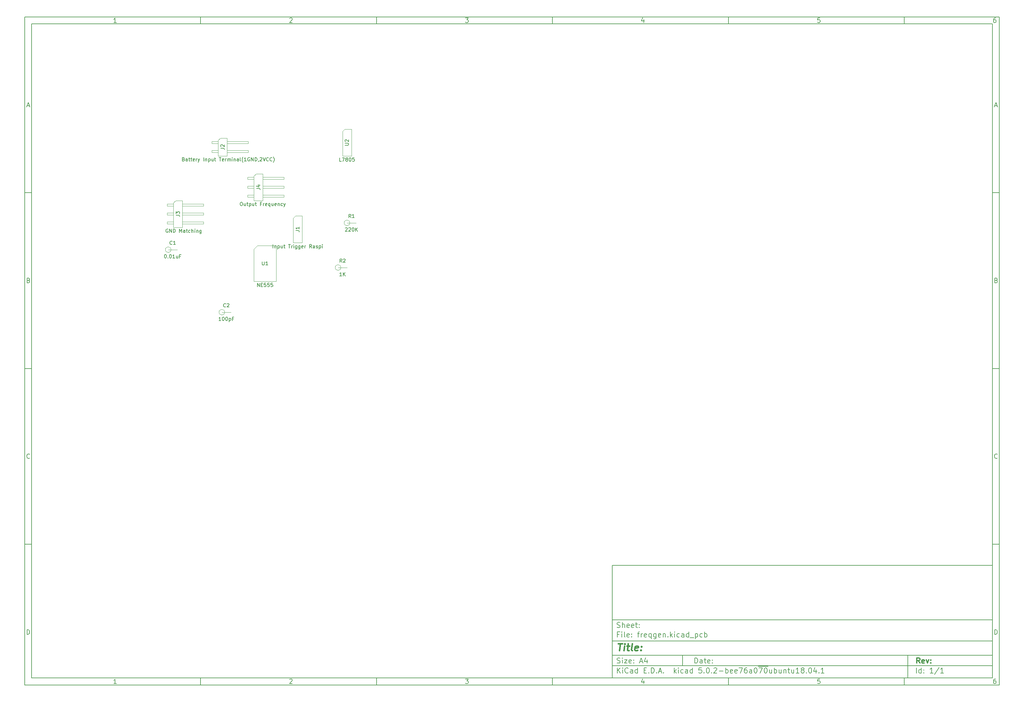
<source format=gbr>
G04 #@! TF.GenerationSoftware,KiCad,Pcbnew,5.0.2-bee76a0~70~ubuntu18.04.1*
G04 #@! TF.CreationDate,2019-03-06T00:46:13+05:30*
G04 #@! TF.ProjectId,freqgen,66726571-6765-46e2-9e6b-696361645f70,rev?*
G04 #@! TF.SameCoordinates,Original*
G04 #@! TF.FileFunction,Other,Fab,Top*
%FSLAX46Y46*%
G04 Gerber Fmt 4.6, Leading zero omitted, Abs format (unit mm)*
G04 Created by KiCad (PCBNEW 5.0.2-bee76a0~70~ubuntu18.04.1) date Wed Mar  6 00:46:13 2019*
%MOMM*%
%LPD*%
G01*
G04 APERTURE LIST*
%ADD10C,0.100000*%
%ADD11C,0.150000*%
%ADD12C,0.300000*%
%ADD13C,0.400000*%
G04 APERTURE END LIST*
D10*
D11*
X177002200Y-166007200D02*
X177002200Y-198007200D01*
X285002200Y-198007200D01*
X285002200Y-166007200D01*
X177002200Y-166007200D01*
D10*
D11*
X10000000Y-10000000D02*
X10000000Y-200007200D01*
X287002200Y-200007200D01*
X287002200Y-10000000D01*
X10000000Y-10000000D01*
D10*
D11*
X12000000Y-12000000D02*
X12000000Y-198007200D01*
X285002200Y-198007200D01*
X285002200Y-12000000D01*
X12000000Y-12000000D01*
D10*
D11*
X60000000Y-12000000D02*
X60000000Y-10000000D01*
D10*
D11*
X110000000Y-12000000D02*
X110000000Y-10000000D01*
D10*
D11*
X160000000Y-12000000D02*
X160000000Y-10000000D01*
D10*
D11*
X210000000Y-12000000D02*
X210000000Y-10000000D01*
D10*
D11*
X260000000Y-12000000D02*
X260000000Y-10000000D01*
D10*
D11*
X36065476Y-11588095D02*
X35322619Y-11588095D01*
X35694047Y-11588095D02*
X35694047Y-10288095D01*
X35570238Y-10473809D01*
X35446428Y-10597619D01*
X35322619Y-10659523D01*
D10*
D11*
X85322619Y-10411904D02*
X85384523Y-10350000D01*
X85508333Y-10288095D01*
X85817857Y-10288095D01*
X85941666Y-10350000D01*
X86003571Y-10411904D01*
X86065476Y-10535714D01*
X86065476Y-10659523D01*
X86003571Y-10845238D01*
X85260714Y-11588095D01*
X86065476Y-11588095D01*
D10*
D11*
X135260714Y-10288095D02*
X136065476Y-10288095D01*
X135632142Y-10783333D01*
X135817857Y-10783333D01*
X135941666Y-10845238D01*
X136003571Y-10907142D01*
X136065476Y-11030952D01*
X136065476Y-11340476D01*
X136003571Y-11464285D01*
X135941666Y-11526190D01*
X135817857Y-11588095D01*
X135446428Y-11588095D01*
X135322619Y-11526190D01*
X135260714Y-11464285D01*
D10*
D11*
X185941666Y-10721428D02*
X185941666Y-11588095D01*
X185632142Y-10226190D02*
X185322619Y-11154761D01*
X186127380Y-11154761D01*
D10*
D11*
X236003571Y-10288095D02*
X235384523Y-10288095D01*
X235322619Y-10907142D01*
X235384523Y-10845238D01*
X235508333Y-10783333D01*
X235817857Y-10783333D01*
X235941666Y-10845238D01*
X236003571Y-10907142D01*
X236065476Y-11030952D01*
X236065476Y-11340476D01*
X236003571Y-11464285D01*
X235941666Y-11526190D01*
X235817857Y-11588095D01*
X235508333Y-11588095D01*
X235384523Y-11526190D01*
X235322619Y-11464285D01*
D10*
D11*
X285941666Y-10288095D02*
X285694047Y-10288095D01*
X285570238Y-10350000D01*
X285508333Y-10411904D01*
X285384523Y-10597619D01*
X285322619Y-10845238D01*
X285322619Y-11340476D01*
X285384523Y-11464285D01*
X285446428Y-11526190D01*
X285570238Y-11588095D01*
X285817857Y-11588095D01*
X285941666Y-11526190D01*
X286003571Y-11464285D01*
X286065476Y-11340476D01*
X286065476Y-11030952D01*
X286003571Y-10907142D01*
X285941666Y-10845238D01*
X285817857Y-10783333D01*
X285570238Y-10783333D01*
X285446428Y-10845238D01*
X285384523Y-10907142D01*
X285322619Y-11030952D01*
D10*
D11*
X60000000Y-198007200D02*
X60000000Y-200007200D01*
D10*
D11*
X110000000Y-198007200D02*
X110000000Y-200007200D01*
D10*
D11*
X160000000Y-198007200D02*
X160000000Y-200007200D01*
D10*
D11*
X210000000Y-198007200D02*
X210000000Y-200007200D01*
D10*
D11*
X260000000Y-198007200D02*
X260000000Y-200007200D01*
D10*
D11*
X36065476Y-199595295D02*
X35322619Y-199595295D01*
X35694047Y-199595295D02*
X35694047Y-198295295D01*
X35570238Y-198481009D01*
X35446428Y-198604819D01*
X35322619Y-198666723D01*
D10*
D11*
X85322619Y-198419104D02*
X85384523Y-198357200D01*
X85508333Y-198295295D01*
X85817857Y-198295295D01*
X85941666Y-198357200D01*
X86003571Y-198419104D01*
X86065476Y-198542914D01*
X86065476Y-198666723D01*
X86003571Y-198852438D01*
X85260714Y-199595295D01*
X86065476Y-199595295D01*
D10*
D11*
X135260714Y-198295295D02*
X136065476Y-198295295D01*
X135632142Y-198790533D01*
X135817857Y-198790533D01*
X135941666Y-198852438D01*
X136003571Y-198914342D01*
X136065476Y-199038152D01*
X136065476Y-199347676D01*
X136003571Y-199471485D01*
X135941666Y-199533390D01*
X135817857Y-199595295D01*
X135446428Y-199595295D01*
X135322619Y-199533390D01*
X135260714Y-199471485D01*
D10*
D11*
X185941666Y-198728628D02*
X185941666Y-199595295D01*
X185632142Y-198233390D02*
X185322619Y-199161961D01*
X186127380Y-199161961D01*
D10*
D11*
X236003571Y-198295295D02*
X235384523Y-198295295D01*
X235322619Y-198914342D01*
X235384523Y-198852438D01*
X235508333Y-198790533D01*
X235817857Y-198790533D01*
X235941666Y-198852438D01*
X236003571Y-198914342D01*
X236065476Y-199038152D01*
X236065476Y-199347676D01*
X236003571Y-199471485D01*
X235941666Y-199533390D01*
X235817857Y-199595295D01*
X235508333Y-199595295D01*
X235384523Y-199533390D01*
X235322619Y-199471485D01*
D10*
D11*
X285941666Y-198295295D02*
X285694047Y-198295295D01*
X285570238Y-198357200D01*
X285508333Y-198419104D01*
X285384523Y-198604819D01*
X285322619Y-198852438D01*
X285322619Y-199347676D01*
X285384523Y-199471485D01*
X285446428Y-199533390D01*
X285570238Y-199595295D01*
X285817857Y-199595295D01*
X285941666Y-199533390D01*
X286003571Y-199471485D01*
X286065476Y-199347676D01*
X286065476Y-199038152D01*
X286003571Y-198914342D01*
X285941666Y-198852438D01*
X285817857Y-198790533D01*
X285570238Y-198790533D01*
X285446428Y-198852438D01*
X285384523Y-198914342D01*
X285322619Y-199038152D01*
D10*
D11*
X10000000Y-60000000D02*
X12000000Y-60000000D01*
D10*
D11*
X10000000Y-110000000D02*
X12000000Y-110000000D01*
D10*
D11*
X10000000Y-160000000D02*
X12000000Y-160000000D01*
D10*
D11*
X10690476Y-35216666D02*
X11309523Y-35216666D01*
X10566666Y-35588095D02*
X11000000Y-34288095D01*
X11433333Y-35588095D01*
D10*
D11*
X11092857Y-84907142D02*
X11278571Y-84969047D01*
X11340476Y-85030952D01*
X11402380Y-85154761D01*
X11402380Y-85340476D01*
X11340476Y-85464285D01*
X11278571Y-85526190D01*
X11154761Y-85588095D01*
X10659523Y-85588095D01*
X10659523Y-84288095D01*
X11092857Y-84288095D01*
X11216666Y-84350000D01*
X11278571Y-84411904D01*
X11340476Y-84535714D01*
X11340476Y-84659523D01*
X11278571Y-84783333D01*
X11216666Y-84845238D01*
X11092857Y-84907142D01*
X10659523Y-84907142D01*
D10*
D11*
X11402380Y-135464285D02*
X11340476Y-135526190D01*
X11154761Y-135588095D01*
X11030952Y-135588095D01*
X10845238Y-135526190D01*
X10721428Y-135402380D01*
X10659523Y-135278571D01*
X10597619Y-135030952D01*
X10597619Y-134845238D01*
X10659523Y-134597619D01*
X10721428Y-134473809D01*
X10845238Y-134350000D01*
X11030952Y-134288095D01*
X11154761Y-134288095D01*
X11340476Y-134350000D01*
X11402380Y-134411904D01*
D10*
D11*
X10659523Y-185588095D02*
X10659523Y-184288095D01*
X10969047Y-184288095D01*
X11154761Y-184350000D01*
X11278571Y-184473809D01*
X11340476Y-184597619D01*
X11402380Y-184845238D01*
X11402380Y-185030952D01*
X11340476Y-185278571D01*
X11278571Y-185402380D01*
X11154761Y-185526190D01*
X10969047Y-185588095D01*
X10659523Y-185588095D01*
D10*
D11*
X287002200Y-60000000D02*
X285002200Y-60000000D01*
D10*
D11*
X287002200Y-110000000D02*
X285002200Y-110000000D01*
D10*
D11*
X287002200Y-160000000D02*
X285002200Y-160000000D01*
D10*
D11*
X285692676Y-35216666D02*
X286311723Y-35216666D01*
X285568866Y-35588095D02*
X286002200Y-34288095D01*
X286435533Y-35588095D01*
D10*
D11*
X286095057Y-84907142D02*
X286280771Y-84969047D01*
X286342676Y-85030952D01*
X286404580Y-85154761D01*
X286404580Y-85340476D01*
X286342676Y-85464285D01*
X286280771Y-85526190D01*
X286156961Y-85588095D01*
X285661723Y-85588095D01*
X285661723Y-84288095D01*
X286095057Y-84288095D01*
X286218866Y-84350000D01*
X286280771Y-84411904D01*
X286342676Y-84535714D01*
X286342676Y-84659523D01*
X286280771Y-84783333D01*
X286218866Y-84845238D01*
X286095057Y-84907142D01*
X285661723Y-84907142D01*
D10*
D11*
X286404580Y-135464285D02*
X286342676Y-135526190D01*
X286156961Y-135588095D01*
X286033152Y-135588095D01*
X285847438Y-135526190D01*
X285723628Y-135402380D01*
X285661723Y-135278571D01*
X285599819Y-135030952D01*
X285599819Y-134845238D01*
X285661723Y-134597619D01*
X285723628Y-134473809D01*
X285847438Y-134350000D01*
X286033152Y-134288095D01*
X286156961Y-134288095D01*
X286342676Y-134350000D01*
X286404580Y-134411904D01*
D10*
D11*
X285661723Y-185588095D02*
X285661723Y-184288095D01*
X285971247Y-184288095D01*
X286156961Y-184350000D01*
X286280771Y-184473809D01*
X286342676Y-184597619D01*
X286404580Y-184845238D01*
X286404580Y-185030952D01*
X286342676Y-185278571D01*
X286280771Y-185402380D01*
X286156961Y-185526190D01*
X285971247Y-185588095D01*
X285661723Y-185588095D01*
D10*
D11*
X200434342Y-193785771D02*
X200434342Y-192285771D01*
X200791485Y-192285771D01*
X201005771Y-192357200D01*
X201148628Y-192500057D01*
X201220057Y-192642914D01*
X201291485Y-192928628D01*
X201291485Y-193142914D01*
X201220057Y-193428628D01*
X201148628Y-193571485D01*
X201005771Y-193714342D01*
X200791485Y-193785771D01*
X200434342Y-193785771D01*
X202577200Y-193785771D02*
X202577200Y-193000057D01*
X202505771Y-192857200D01*
X202362914Y-192785771D01*
X202077200Y-192785771D01*
X201934342Y-192857200D01*
X202577200Y-193714342D02*
X202434342Y-193785771D01*
X202077200Y-193785771D01*
X201934342Y-193714342D01*
X201862914Y-193571485D01*
X201862914Y-193428628D01*
X201934342Y-193285771D01*
X202077200Y-193214342D01*
X202434342Y-193214342D01*
X202577200Y-193142914D01*
X203077200Y-192785771D02*
X203648628Y-192785771D01*
X203291485Y-192285771D02*
X203291485Y-193571485D01*
X203362914Y-193714342D01*
X203505771Y-193785771D01*
X203648628Y-193785771D01*
X204720057Y-193714342D02*
X204577200Y-193785771D01*
X204291485Y-193785771D01*
X204148628Y-193714342D01*
X204077200Y-193571485D01*
X204077200Y-193000057D01*
X204148628Y-192857200D01*
X204291485Y-192785771D01*
X204577200Y-192785771D01*
X204720057Y-192857200D01*
X204791485Y-193000057D01*
X204791485Y-193142914D01*
X204077200Y-193285771D01*
X205434342Y-193642914D02*
X205505771Y-193714342D01*
X205434342Y-193785771D01*
X205362914Y-193714342D01*
X205434342Y-193642914D01*
X205434342Y-193785771D01*
X205434342Y-192857200D02*
X205505771Y-192928628D01*
X205434342Y-193000057D01*
X205362914Y-192928628D01*
X205434342Y-192857200D01*
X205434342Y-193000057D01*
D10*
D11*
X177002200Y-194507200D02*
X285002200Y-194507200D01*
D10*
D11*
X178434342Y-196585771D02*
X178434342Y-195085771D01*
X179291485Y-196585771D02*
X178648628Y-195728628D01*
X179291485Y-195085771D02*
X178434342Y-195942914D01*
X179934342Y-196585771D02*
X179934342Y-195585771D01*
X179934342Y-195085771D02*
X179862914Y-195157200D01*
X179934342Y-195228628D01*
X180005771Y-195157200D01*
X179934342Y-195085771D01*
X179934342Y-195228628D01*
X181505771Y-196442914D02*
X181434342Y-196514342D01*
X181220057Y-196585771D01*
X181077200Y-196585771D01*
X180862914Y-196514342D01*
X180720057Y-196371485D01*
X180648628Y-196228628D01*
X180577200Y-195942914D01*
X180577200Y-195728628D01*
X180648628Y-195442914D01*
X180720057Y-195300057D01*
X180862914Y-195157200D01*
X181077200Y-195085771D01*
X181220057Y-195085771D01*
X181434342Y-195157200D01*
X181505771Y-195228628D01*
X182791485Y-196585771D02*
X182791485Y-195800057D01*
X182720057Y-195657200D01*
X182577200Y-195585771D01*
X182291485Y-195585771D01*
X182148628Y-195657200D01*
X182791485Y-196514342D02*
X182648628Y-196585771D01*
X182291485Y-196585771D01*
X182148628Y-196514342D01*
X182077200Y-196371485D01*
X182077200Y-196228628D01*
X182148628Y-196085771D01*
X182291485Y-196014342D01*
X182648628Y-196014342D01*
X182791485Y-195942914D01*
X184148628Y-196585771D02*
X184148628Y-195085771D01*
X184148628Y-196514342D02*
X184005771Y-196585771D01*
X183720057Y-196585771D01*
X183577200Y-196514342D01*
X183505771Y-196442914D01*
X183434342Y-196300057D01*
X183434342Y-195871485D01*
X183505771Y-195728628D01*
X183577200Y-195657200D01*
X183720057Y-195585771D01*
X184005771Y-195585771D01*
X184148628Y-195657200D01*
X186005771Y-195800057D02*
X186505771Y-195800057D01*
X186720057Y-196585771D02*
X186005771Y-196585771D01*
X186005771Y-195085771D01*
X186720057Y-195085771D01*
X187362914Y-196442914D02*
X187434342Y-196514342D01*
X187362914Y-196585771D01*
X187291485Y-196514342D01*
X187362914Y-196442914D01*
X187362914Y-196585771D01*
X188077200Y-196585771D02*
X188077200Y-195085771D01*
X188434342Y-195085771D01*
X188648628Y-195157200D01*
X188791485Y-195300057D01*
X188862914Y-195442914D01*
X188934342Y-195728628D01*
X188934342Y-195942914D01*
X188862914Y-196228628D01*
X188791485Y-196371485D01*
X188648628Y-196514342D01*
X188434342Y-196585771D01*
X188077200Y-196585771D01*
X189577200Y-196442914D02*
X189648628Y-196514342D01*
X189577200Y-196585771D01*
X189505771Y-196514342D01*
X189577200Y-196442914D01*
X189577200Y-196585771D01*
X190220057Y-196157200D02*
X190934342Y-196157200D01*
X190077200Y-196585771D02*
X190577200Y-195085771D01*
X191077200Y-196585771D01*
X191577200Y-196442914D02*
X191648628Y-196514342D01*
X191577200Y-196585771D01*
X191505771Y-196514342D01*
X191577200Y-196442914D01*
X191577200Y-196585771D01*
X194577200Y-196585771D02*
X194577200Y-195085771D01*
X194720057Y-196014342D02*
X195148628Y-196585771D01*
X195148628Y-195585771D02*
X194577200Y-196157200D01*
X195791485Y-196585771D02*
X195791485Y-195585771D01*
X195791485Y-195085771D02*
X195720057Y-195157200D01*
X195791485Y-195228628D01*
X195862914Y-195157200D01*
X195791485Y-195085771D01*
X195791485Y-195228628D01*
X197148628Y-196514342D02*
X197005771Y-196585771D01*
X196720057Y-196585771D01*
X196577200Y-196514342D01*
X196505771Y-196442914D01*
X196434342Y-196300057D01*
X196434342Y-195871485D01*
X196505771Y-195728628D01*
X196577200Y-195657200D01*
X196720057Y-195585771D01*
X197005771Y-195585771D01*
X197148628Y-195657200D01*
X198434342Y-196585771D02*
X198434342Y-195800057D01*
X198362914Y-195657200D01*
X198220057Y-195585771D01*
X197934342Y-195585771D01*
X197791485Y-195657200D01*
X198434342Y-196514342D02*
X198291485Y-196585771D01*
X197934342Y-196585771D01*
X197791485Y-196514342D01*
X197720057Y-196371485D01*
X197720057Y-196228628D01*
X197791485Y-196085771D01*
X197934342Y-196014342D01*
X198291485Y-196014342D01*
X198434342Y-195942914D01*
X199791485Y-196585771D02*
X199791485Y-195085771D01*
X199791485Y-196514342D02*
X199648628Y-196585771D01*
X199362914Y-196585771D01*
X199220057Y-196514342D01*
X199148628Y-196442914D01*
X199077200Y-196300057D01*
X199077200Y-195871485D01*
X199148628Y-195728628D01*
X199220057Y-195657200D01*
X199362914Y-195585771D01*
X199648628Y-195585771D01*
X199791485Y-195657200D01*
X202362914Y-195085771D02*
X201648628Y-195085771D01*
X201577200Y-195800057D01*
X201648628Y-195728628D01*
X201791485Y-195657200D01*
X202148628Y-195657200D01*
X202291485Y-195728628D01*
X202362914Y-195800057D01*
X202434342Y-195942914D01*
X202434342Y-196300057D01*
X202362914Y-196442914D01*
X202291485Y-196514342D01*
X202148628Y-196585771D01*
X201791485Y-196585771D01*
X201648628Y-196514342D01*
X201577200Y-196442914D01*
X203077200Y-196442914D02*
X203148628Y-196514342D01*
X203077200Y-196585771D01*
X203005771Y-196514342D01*
X203077200Y-196442914D01*
X203077200Y-196585771D01*
X204077200Y-195085771D02*
X204220057Y-195085771D01*
X204362914Y-195157200D01*
X204434342Y-195228628D01*
X204505771Y-195371485D01*
X204577200Y-195657200D01*
X204577200Y-196014342D01*
X204505771Y-196300057D01*
X204434342Y-196442914D01*
X204362914Y-196514342D01*
X204220057Y-196585771D01*
X204077200Y-196585771D01*
X203934342Y-196514342D01*
X203862914Y-196442914D01*
X203791485Y-196300057D01*
X203720057Y-196014342D01*
X203720057Y-195657200D01*
X203791485Y-195371485D01*
X203862914Y-195228628D01*
X203934342Y-195157200D01*
X204077200Y-195085771D01*
X205220057Y-196442914D02*
X205291485Y-196514342D01*
X205220057Y-196585771D01*
X205148628Y-196514342D01*
X205220057Y-196442914D01*
X205220057Y-196585771D01*
X205862914Y-195228628D02*
X205934342Y-195157200D01*
X206077200Y-195085771D01*
X206434342Y-195085771D01*
X206577200Y-195157200D01*
X206648628Y-195228628D01*
X206720057Y-195371485D01*
X206720057Y-195514342D01*
X206648628Y-195728628D01*
X205791485Y-196585771D01*
X206720057Y-196585771D01*
X207362914Y-196014342D02*
X208505771Y-196014342D01*
X209220057Y-196585771D02*
X209220057Y-195085771D01*
X209220057Y-195657200D02*
X209362914Y-195585771D01*
X209648628Y-195585771D01*
X209791485Y-195657200D01*
X209862914Y-195728628D01*
X209934342Y-195871485D01*
X209934342Y-196300057D01*
X209862914Y-196442914D01*
X209791485Y-196514342D01*
X209648628Y-196585771D01*
X209362914Y-196585771D01*
X209220057Y-196514342D01*
X211148628Y-196514342D02*
X211005771Y-196585771D01*
X210720057Y-196585771D01*
X210577200Y-196514342D01*
X210505771Y-196371485D01*
X210505771Y-195800057D01*
X210577200Y-195657200D01*
X210720057Y-195585771D01*
X211005771Y-195585771D01*
X211148628Y-195657200D01*
X211220057Y-195800057D01*
X211220057Y-195942914D01*
X210505771Y-196085771D01*
X212434342Y-196514342D02*
X212291485Y-196585771D01*
X212005771Y-196585771D01*
X211862914Y-196514342D01*
X211791485Y-196371485D01*
X211791485Y-195800057D01*
X211862914Y-195657200D01*
X212005771Y-195585771D01*
X212291485Y-195585771D01*
X212434342Y-195657200D01*
X212505771Y-195800057D01*
X212505771Y-195942914D01*
X211791485Y-196085771D01*
X213005771Y-195085771D02*
X214005771Y-195085771D01*
X213362914Y-196585771D01*
X215220057Y-195085771D02*
X214934342Y-195085771D01*
X214791485Y-195157200D01*
X214720057Y-195228628D01*
X214577200Y-195442914D01*
X214505771Y-195728628D01*
X214505771Y-196300057D01*
X214577200Y-196442914D01*
X214648628Y-196514342D01*
X214791485Y-196585771D01*
X215077200Y-196585771D01*
X215220057Y-196514342D01*
X215291485Y-196442914D01*
X215362914Y-196300057D01*
X215362914Y-195942914D01*
X215291485Y-195800057D01*
X215220057Y-195728628D01*
X215077200Y-195657200D01*
X214791485Y-195657200D01*
X214648628Y-195728628D01*
X214577200Y-195800057D01*
X214505771Y-195942914D01*
X216648628Y-196585771D02*
X216648628Y-195800057D01*
X216577200Y-195657200D01*
X216434342Y-195585771D01*
X216148628Y-195585771D01*
X216005771Y-195657200D01*
X216648628Y-196514342D02*
X216505771Y-196585771D01*
X216148628Y-196585771D01*
X216005771Y-196514342D01*
X215934342Y-196371485D01*
X215934342Y-196228628D01*
X216005771Y-196085771D01*
X216148628Y-196014342D01*
X216505771Y-196014342D01*
X216648628Y-195942914D01*
X217648628Y-195085771D02*
X217791485Y-195085771D01*
X217934342Y-195157200D01*
X218005771Y-195228628D01*
X218077200Y-195371485D01*
X218148628Y-195657200D01*
X218148628Y-196014342D01*
X218077200Y-196300057D01*
X218005771Y-196442914D01*
X217934342Y-196514342D01*
X217791485Y-196585771D01*
X217648628Y-196585771D01*
X217505771Y-196514342D01*
X217434342Y-196442914D01*
X217362914Y-196300057D01*
X217291485Y-196014342D01*
X217291485Y-195657200D01*
X217362914Y-195371485D01*
X217434342Y-195228628D01*
X217505771Y-195157200D01*
X217648628Y-195085771D01*
X218434342Y-194677200D02*
X219862914Y-194677200D01*
X218648628Y-195085771D02*
X219648628Y-195085771D01*
X219005771Y-196585771D01*
X219862914Y-194677200D02*
X221291485Y-194677200D01*
X220505771Y-195085771D02*
X220648628Y-195085771D01*
X220791485Y-195157200D01*
X220862914Y-195228628D01*
X220934342Y-195371485D01*
X221005771Y-195657200D01*
X221005771Y-196014342D01*
X220934342Y-196300057D01*
X220862914Y-196442914D01*
X220791485Y-196514342D01*
X220648628Y-196585771D01*
X220505771Y-196585771D01*
X220362914Y-196514342D01*
X220291485Y-196442914D01*
X220220057Y-196300057D01*
X220148628Y-196014342D01*
X220148628Y-195657200D01*
X220220057Y-195371485D01*
X220291485Y-195228628D01*
X220362914Y-195157200D01*
X220505771Y-195085771D01*
X222291485Y-195585771D02*
X222291485Y-196585771D01*
X221648628Y-195585771D02*
X221648628Y-196371485D01*
X221720057Y-196514342D01*
X221862914Y-196585771D01*
X222077200Y-196585771D01*
X222220057Y-196514342D01*
X222291485Y-196442914D01*
X223005771Y-196585771D02*
X223005771Y-195085771D01*
X223005771Y-195657200D02*
X223148628Y-195585771D01*
X223434342Y-195585771D01*
X223577200Y-195657200D01*
X223648628Y-195728628D01*
X223720057Y-195871485D01*
X223720057Y-196300057D01*
X223648628Y-196442914D01*
X223577200Y-196514342D01*
X223434342Y-196585771D01*
X223148628Y-196585771D01*
X223005771Y-196514342D01*
X225005771Y-195585771D02*
X225005771Y-196585771D01*
X224362914Y-195585771D02*
X224362914Y-196371485D01*
X224434342Y-196514342D01*
X224577200Y-196585771D01*
X224791485Y-196585771D01*
X224934342Y-196514342D01*
X225005771Y-196442914D01*
X225720057Y-195585771D02*
X225720057Y-196585771D01*
X225720057Y-195728628D02*
X225791485Y-195657200D01*
X225934342Y-195585771D01*
X226148628Y-195585771D01*
X226291485Y-195657200D01*
X226362914Y-195800057D01*
X226362914Y-196585771D01*
X226862914Y-195585771D02*
X227434342Y-195585771D01*
X227077200Y-195085771D02*
X227077200Y-196371485D01*
X227148628Y-196514342D01*
X227291485Y-196585771D01*
X227434342Y-196585771D01*
X228577200Y-195585771D02*
X228577200Y-196585771D01*
X227934342Y-195585771D02*
X227934342Y-196371485D01*
X228005771Y-196514342D01*
X228148628Y-196585771D01*
X228362914Y-196585771D01*
X228505771Y-196514342D01*
X228577200Y-196442914D01*
X230077200Y-196585771D02*
X229220057Y-196585771D01*
X229648628Y-196585771D02*
X229648628Y-195085771D01*
X229505771Y-195300057D01*
X229362914Y-195442914D01*
X229220057Y-195514342D01*
X230934342Y-195728628D02*
X230791485Y-195657200D01*
X230720057Y-195585771D01*
X230648628Y-195442914D01*
X230648628Y-195371485D01*
X230720057Y-195228628D01*
X230791485Y-195157200D01*
X230934342Y-195085771D01*
X231220057Y-195085771D01*
X231362914Y-195157200D01*
X231434342Y-195228628D01*
X231505771Y-195371485D01*
X231505771Y-195442914D01*
X231434342Y-195585771D01*
X231362914Y-195657200D01*
X231220057Y-195728628D01*
X230934342Y-195728628D01*
X230791485Y-195800057D01*
X230720057Y-195871485D01*
X230648628Y-196014342D01*
X230648628Y-196300057D01*
X230720057Y-196442914D01*
X230791485Y-196514342D01*
X230934342Y-196585771D01*
X231220057Y-196585771D01*
X231362914Y-196514342D01*
X231434342Y-196442914D01*
X231505771Y-196300057D01*
X231505771Y-196014342D01*
X231434342Y-195871485D01*
X231362914Y-195800057D01*
X231220057Y-195728628D01*
X232148628Y-196442914D02*
X232220057Y-196514342D01*
X232148628Y-196585771D01*
X232077200Y-196514342D01*
X232148628Y-196442914D01*
X232148628Y-196585771D01*
X233148628Y-195085771D02*
X233291485Y-195085771D01*
X233434342Y-195157200D01*
X233505771Y-195228628D01*
X233577200Y-195371485D01*
X233648628Y-195657200D01*
X233648628Y-196014342D01*
X233577200Y-196300057D01*
X233505771Y-196442914D01*
X233434342Y-196514342D01*
X233291485Y-196585771D01*
X233148628Y-196585771D01*
X233005771Y-196514342D01*
X232934342Y-196442914D01*
X232862914Y-196300057D01*
X232791485Y-196014342D01*
X232791485Y-195657200D01*
X232862914Y-195371485D01*
X232934342Y-195228628D01*
X233005771Y-195157200D01*
X233148628Y-195085771D01*
X234934342Y-195585771D02*
X234934342Y-196585771D01*
X234577200Y-195014342D02*
X234220057Y-196085771D01*
X235148628Y-196085771D01*
X235720057Y-196442914D02*
X235791485Y-196514342D01*
X235720057Y-196585771D01*
X235648628Y-196514342D01*
X235720057Y-196442914D01*
X235720057Y-196585771D01*
X237220057Y-196585771D02*
X236362914Y-196585771D01*
X236791485Y-196585771D02*
X236791485Y-195085771D01*
X236648628Y-195300057D01*
X236505771Y-195442914D01*
X236362914Y-195514342D01*
D10*
D11*
X177002200Y-191507200D02*
X285002200Y-191507200D01*
D10*
D12*
X264411485Y-193785771D02*
X263911485Y-193071485D01*
X263554342Y-193785771D02*
X263554342Y-192285771D01*
X264125771Y-192285771D01*
X264268628Y-192357200D01*
X264340057Y-192428628D01*
X264411485Y-192571485D01*
X264411485Y-192785771D01*
X264340057Y-192928628D01*
X264268628Y-193000057D01*
X264125771Y-193071485D01*
X263554342Y-193071485D01*
X265625771Y-193714342D02*
X265482914Y-193785771D01*
X265197200Y-193785771D01*
X265054342Y-193714342D01*
X264982914Y-193571485D01*
X264982914Y-193000057D01*
X265054342Y-192857200D01*
X265197200Y-192785771D01*
X265482914Y-192785771D01*
X265625771Y-192857200D01*
X265697200Y-193000057D01*
X265697200Y-193142914D01*
X264982914Y-193285771D01*
X266197200Y-192785771D02*
X266554342Y-193785771D01*
X266911485Y-192785771D01*
X267482914Y-193642914D02*
X267554342Y-193714342D01*
X267482914Y-193785771D01*
X267411485Y-193714342D01*
X267482914Y-193642914D01*
X267482914Y-193785771D01*
X267482914Y-192857200D02*
X267554342Y-192928628D01*
X267482914Y-193000057D01*
X267411485Y-192928628D01*
X267482914Y-192857200D01*
X267482914Y-193000057D01*
D10*
D11*
X178362914Y-193714342D02*
X178577200Y-193785771D01*
X178934342Y-193785771D01*
X179077200Y-193714342D01*
X179148628Y-193642914D01*
X179220057Y-193500057D01*
X179220057Y-193357200D01*
X179148628Y-193214342D01*
X179077200Y-193142914D01*
X178934342Y-193071485D01*
X178648628Y-193000057D01*
X178505771Y-192928628D01*
X178434342Y-192857200D01*
X178362914Y-192714342D01*
X178362914Y-192571485D01*
X178434342Y-192428628D01*
X178505771Y-192357200D01*
X178648628Y-192285771D01*
X179005771Y-192285771D01*
X179220057Y-192357200D01*
X179862914Y-193785771D02*
X179862914Y-192785771D01*
X179862914Y-192285771D02*
X179791485Y-192357200D01*
X179862914Y-192428628D01*
X179934342Y-192357200D01*
X179862914Y-192285771D01*
X179862914Y-192428628D01*
X180434342Y-192785771D02*
X181220057Y-192785771D01*
X180434342Y-193785771D01*
X181220057Y-193785771D01*
X182362914Y-193714342D02*
X182220057Y-193785771D01*
X181934342Y-193785771D01*
X181791485Y-193714342D01*
X181720057Y-193571485D01*
X181720057Y-193000057D01*
X181791485Y-192857200D01*
X181934342Y-192785771D01*
X182220057Y-192785771D01*
X182362914Y-192857200D01*
X182434342Y-193000057D01*
X182434342Y-193142914D01*
X181720057Y-193285771D01*
X183077200Y-193642914D02*
X183148628Y-193714342D01*
X183077200Y-193785771D01*
X183005771Y-193714342D01*
X183077200Y-193642914D01*
X183077200Y-193785771D01*
X183077200Y-192857200D02*
X183148628Y-192928628D01*
X183077200Y-193000057D01*
X183005771Y-192928628D01*
X183077200Y-192857200D01*
X183077200Y-193000057D01*
X184862914Y-193357200D02*
X185577200Y-193357200D01*
X184720057Y-193785771D02*
X185220057Y-192285771D01*
X185720057Y-193785771D01*
X186862914Y-192785771D02*
X186862914Y-193785771D01*
X186505771Y-192214342D02*
X186148628Y-193285771D01*
X187077200Y-193285771D01*
D10*
D11*
X263434342Y-196585771D02*
X263434342Y-195085771D01*
X264791485Y-196585771D02*
X264791485Y-195085771D01*
X264791485Y-196514342D02*
X264648628Y-196585771D01*
X264362914Y-196585771D01*
X264220057Y-196514342D01*
X264148628Y-196442914D01*
X264077200Y-196300057D01*
X264077200Y-195871485D01*
X264148628Y-195728628D01*
X264220057Y-195657200D01*
X264362914Y-195585771D01*
X264648628Y-195585771D01*
X264791485Y-195657200D01*
X265505771Y-196442914D02*
X265577200Y-196514342D01*
X265505771Y-196585771D01*
X265434342Y-196514342D01*
X265505771Y-196442914D01*
X265505771Y-196585771D01*
X265505771Y-195657200D02*
X265577200Y-195728628D01*
X265505771Y-195800057D01*
X265434342Y-195728628D01*
X265505771Y-195657200D01*
X265505771Y-195800057D01*
X268148628Y-196585771D02*
X267291485Y-196585771D01*
X267720057Y-196585771D02*
X267720057Y-195085771D01*
X267577200Y-195300057D01*
X267434342Y-195442914D01*
X267291485Y-195514342D01*
X269862914Y-195014342D02*
X268577200Y-196942914D01*
X271148628Y-196585771D02*
X270291485Y-196585771D01*
X270720057Y-196585771D02*
X270720057Y-195085771D01*
X270577200Y-195300057D01*
X270434342Y-195442914D01*
X270291485Y-195514342D01*
D10*
D11*
X177002200Y-187507200D02*
X285002200Y-187507200D01*
D10*
D13*
X178714580Y-188211961D02*
X179857438Y-188211961D01*
X179036009Y-190211961D02*
X179286009Y-188211961D01*
X180274104Y-190211961D02*
X180440771Y-188878628D01*
X180524104Y-188211961D02*
X180416961Y-188307200D01*
X180500295Y-188402438D01*
X180607438Y-188307200D01*
X180524104Y-188211961D01*
X180500295Y-188402438D01*
X181107438Y-188878628D02*
X181869342Y-188878628D01*
X181476485Y-188211961D02*
X181262200Y-189926247D01*
X181333628Y-190116723D01*
X181512200Y-190211961D01*
X181702676Y-190211961D01*
X182655057Y-190211961D02*
X182476485Y-190116723D01*
X182405057Y-189926247D01*
X182619342Y-188211961D01*
X184190771Y-190116723D02*
X183988390Y-190211961D01*
X183607438Y-190211961D01*
X183428866Y-190116723D01*
X183357438Y-189926247D01*
X183452676Y-189164342D01*
X183571723Y-188973866D01*
X183774104Y-188878628D01*
X184155057Y-188878628D01*
X184333628Y-188973866D01*
X184405057Y-189164342D01*
X184381247Y-189354819D01*
X183405057Y-189545295D01*
X185155057Y-190021485D02*
X185238390Y-190116723D01*
X185131247Y-190211961D01*
X185047914Y-190116723D01*
X185155057Y-190021485D01*
X185131247Y-190211961D01*
X185286009Y-188973866D02*
X185369342Y-189069104D01*
X185262200Y-189164342D01*
X185178866Y-189069104D01*
X185286009Y-188973866D01*
X185262200Y-189164342D01*
D10*
D11*
X178934342Y-185600057D02*
X178434342Y-185600057D01*
X178434342Y-186385771D02*
X178434342Y-184885771D01*
X179148628Y-184885771D01*
X179720057Y-186385771D02*
X179720057Y-185385771D01*
X179720057Y-184885771D02*
X179648628Y-184957200D01*
X179720057Y-185028628D01*
X179791485Y-184957200D01*
X179720057Y-184885771D01*
X179720057Y-185028628D01*
X180648628Y-186385771D02*
X180505771Y-186314342D01*
X180434342Y-186171485D01*
X180434342Y-184885771D01*
X181791485Y-186314342D02*
X181648628Y-186385771D01*
X181362914Y-186385771D01*
X181220057Y-186314342D01*
X181148628Y-186171485D01*
X181148628Y-185600057D01*
X181220057Y-185457200D01*
X181362914Y-185385771D01*
X181648628Y-185385771D01*
X181791485Y-185457200D01*
X181862914Y-185600057D01*
X181862914Y-185742914D01*
X181148628Y-185885771D01*
X182505771Y-186242914D02*
X182577200Y-186314342D01*
X182505771Y-186385771D01*
X182434342Y-186314342D01*
X182505771Y-186242914D01*
X182505771Y-186385771D01*
X182505771Y-185457200D02*
X182577200Y-185528628D01*
X182505771Y-185600057D01*
X182434342Y-185528628D01*
X182505771Y-185457200D01*
X182505771Y-185600057D01*
X184148628Y-185385771D02*
X184720057Y-185385771D01*
X184362914Y-186385771D02*
X184362914Y-185100057D01*
X184434342Y-184957200D01*
X184577200Y-184885771D01*
X184720057Y-184885771D01*
X185220057Y-186385771D02*
X185220057Y-185385771D01*
X185220057Y-185671485D02*
X185291485Y-185528628D01*
X185362914Y-185457200D01*
X185505771Y-185385771D01*
X185648628Y-185385771D01*
X186720057Y-186314342D02*
X186577200Y-186385771D01*
X186291485Y-186385771D01*
X186148628Y-186314342D01*
X186077200Y-186171485D01*
X186077200Y-185600057D01*
X186148628Y-185457200D01*
X186291485Y-185385771D01*
X186577200Y-185385771D01*
X186720057Y-185457200D01*
X186791485Y-185600057D01*
X186791485Y-185742914D01*
X186077200Y-185885771D01*
X188077200Y-185385771D02*
X188077200Y-186885771D01*
X188077200Y-186314342D02*
X187934342Y-186385771D01*
X187648628Y-186385771D01*
X187505771Y-186314342D01*
X187434342Y-186242914D01*
X187362914Y-186100057D01*
X187362914Y-185671485D01*
X187434342Y-185528628D01*
X187505771Y-185457200D01*
X187648628Y-185385771D01*
X187934342Y-185385771D01*
X188077200Y-185457200D01*
X189434342Y-185385771D02*
X189434342Y-186600057D01*
X189362914Y-186742914D01*
X189291485Y-186814342D01*
X189148628Y-186885771D01*
X188934342Y-186885771D01*
X188791485Y-186814342D01*
X189434342Y-186314342D02*
X189291485Y-186385771D01*
X189005771Y-186385771D01*
X188862914Y-186314342D01*
X188791485Y-186242914D01*
X188720057Y-186100057D01*
X188720057Y-185671485D01*
X188791485Y-185528628D01*
X188862914Y-185457200D01*
X189005771Y-185385771D01*
X189291485Y-185385771D01*
X189434342Y-185457200D01*
X190720057Y-186314342D02*
X190577200Y-186385771D01*
X190291485Y-186385771D01*
X190148628Y-186314342D01*
X190077200Y-186171485D01*
X190077200Y-185600057D01*
X190148628Y-185457200D01*
X190291485Y-185385771D01*
X190577200Y-185385771D01*
X190720057Y-185457200D01*
X190791485Y-185600057D01*
X190791485Y-185742914D01*
X190077200Y-185885771D01*
X191434342Y-185385771D02*
X191434342Y-186385771D01*
X191434342Y-185528628D02*
X191505771Y-185457200D01*
X191648628Y-185385771D01*
X191862914Y-185385771D01*
X192005771Y-185457200D01*
X192077200Y-185600057D01*
X192077200Y-186385771D01*
X192791485Y-186242914D02*
X192862914Y-186314342D01*
X192791485Y-186385771D01*
X192720057Y-186314342D01*
X192791485Y-186242914D01*
X192791485Y-186385771D01*
X193505771Y-186385771D02*
X193505771Y-184885771D01*
X193648628Y-185814342D02*
X194077200Y-186385771D01*
X194077200Y-185385771D02*
X193505771Y-185957200D01*
X194720057Y-186385771D02*
X194720057Y-185385771D01*
X194720057Y-184885771D02*
X194648628Y-184957200D01*
X194720057Y-185028628D01*
X194791485Y-184957200D01*
X194720057Y-184885771D01*
X194720057Y-185028628D01*
X196077200Y-186314342D02*
X195934342Y-186385771D01*
X195648628Y-186385771D01*
X195505771Y-186314342D01*
X195434342Y-186242914D01*
X195362914Y-186100057D01*
X195362914Y-185671485D01*
X195434342Y-185528628D01*
X195505771Y-185457200D01*
X195648628Y-185385771D01*
X195934342Y-185385771D01*
X196077200Y-185457200D01*
X197362914Y-186385771D02*
X197362914Y-185600057D01*
X197291485Y-185457200D01*
X197148628Y-185385771D01*
X196862914Y-185385771D01*
X196720057Y-185457200D01*
X197362914Y-186314342D02*
X197220057Y-186385771D01*
X196862914Y-186385771D01*
X196720057Y-186314342D01*
X196648628Y-186171485D01*
X196648628Y-186028628D01*
X196720057Y-185885771D01*
X196862914Y-185814342D01*
X197220057Y-185814342D01*
X197362914Y-185742914D01*
X198720057Y-186385771D02*
X198720057Y-184885771D01*
X198720057Y-186314342D02*
X198577200Y-186385771D01*
X198291485Y-186385771D01*
X198148628Y-186314342D01*
X198077200Y-186242914D01*
X198005771Y-186100057D01*
X198005771Y-185671485D01*
X198077200Y-185528628D01*
X198148628Y-185457200D01*
X198291485Y-185385771D01*
X198577200Y-185385771D01*
X198720057Y-185457200D01*
X199077200Y-186528628D02*
X200220057Y-186528628D01*
X200577200Y-185385771D02*
X200577200Y-186885771D01*
X200577200Y-185457200D02*
X200720057Y-185385771D01*
X201005771Y-185385771D01*
X201148628Y-185457200D01*
X201220057Y-185528628D01*
X201291485Y-185671485D01*
X201291485Y-186100057D01*
X201220057Y-186242914D01*
X201148628Y-186314342D01*
X201005771Y-186385771D01*
X200720057Y-186385771D01*
X200577200Y-186314342D01*
X202577200Y-186314342D02*
X202434342Y-186385771D01*
X202148628Y-186385771D01*
X202005771Y-186314342D01*
X201934342Y-186242914D01*
X201862914Y-186100057D01*
X201862914Y-185671485D01*
X201934342Y-185528628D01*
X202005771Y-185457200D01*
X202148628Y-185385771D01*
X202434342Y-185385771D01*
X202577200Y-185457200D01*
X203220057Y-186385771D02*
X203220057Y-184885771D01*
X203220057Y-185457200D02*
X203362914Y-185385771D01*
X203648628Y-185385771D01*
X203791485Y-185457200D01*
X203862914Y-185528628D01*
X203934342Y-185671485D01*
X203934342Y-186100057D01*
X203862914Y-186242914D01*
X203791485Y-186314342D01*
X203648628Y-186385771D01*
X203362914Y-186385771D01*
X203220057Y-186314342D01*
D10*
D11*
X177002200Y-181507200D02*
X285002200Y-181507200D01*
D10*
D11*
X178362914Y-183614342D02*
X178577200Y-183685771D01*
X178934342Y-183685771D01*
X179077200Y-183614342D01*
X179148628Y-183542914D01*
X179220057Y-183400057D01*
X179220057Y-183257200D01*
X179148628Y-183114342D01*
X179077200Y-183042914D01*
X178934342Y-182971485D01*
X178648628Y-182900057D01*
X178505771Y-182828628D01*
X178434342Y-182757200D01*
X178362914Y-182614342D01*
X178362914Y-182471485D01*
X178434342Y-182328628D01*
X178505771Y-182257200D01*
X178648628Y-182185771D01*
X179005771Y-182185771D01*
X179220057Y-182257200D01*
X179862914Y-183685771D02*
X179862914Y-182185771D01*
X180505771Y-183685771D02*
X180505771Y-182900057D01*
X180434342Y-182757200D01*
X180291485Y-182685771D01*
X180077200Y-182685771D01*
X179934342Y-182757200D01*
X179862914Y-182828628D01*
X181791485Y-183614342D02*
X181648628Y-183685771D01*
X181362914Y-183685771D01*
X181220057Y-183614342D01*
X181148628Y-183471485D01*
X181148628Y-182900057D01*
X181220057Y-182757200D01*
X181362914Y-182685771D01*
X181648628Y-182685771D01*
X181791485Y-182757200D01*
X181862914Y-182900057D01*
X181862914Y-183042914D01*
X181148628Y-183185771D01*
X183077200Y-183614342D02*
X182934342Y-183685771D01*
X182648628Y-183685771D01*
X182505771Y-183614342D01*
X182434342Y-183471485D01*
X182434342Y-182900057D01*
X182505771Y-182757200D01*
X182648628Y-182685771D01*
X182934342Y-182685771D01*
X183077200Y-182757200D01*
X183148628Y-182900057D01*
X183148628Y-183042914D01*
X182434342Y-183185771D01*
X183577200Y-182685771D02*
X184148628Y-182685771D01*
X183791485Y-182185771D02*
X183791485Y-183471485D01*
X183862914Y-183614342D01*
X184005771Y-183685771D01*
X184148628Y-183685771D01*
X184648628Y-183542914D02*
X184720057Y-183614342D01*
X184648628Y-183685771D01*
X184577200Y-183614342D01*
X184648628Y-183542914D01*
X184648628Y-183685771D01*
X184648628Y-182757200D02*
X184720057Y-182828628D01*
X184648628Y-182900057D01*
X184577200Y-182828628D01*
X184648628Y-182757200D01*
X184648628Y-182900057D01*
D10*
D11*
X197002200Y-191507200D02*
X197002200Y-194507200D01*
D10*
D11*
X261002200Y-191507200D02*
X261002200Y-198007200D01*
D10*
G04 #@! TO.C,C1*
X50800000Y-76200000D02*
X53340000Y-76200000D01*
X51600000Y-76200000D02*
G75*
G03X51600000Y-76200000I-800000J0D01*
G01*
G04 #@! TO.C,C2*
X66840000Y-93980000D02*
G75*
G03X66840000Y-93980000I-800000J0D01*
G01*
X66040000Y-93980000D02*
X68580000Y-93980000D01*
G04 #@! TO.C,J1*
X86315000Y-67230000D02*
X86950000Y-66595000D01*
X86315000Y-74215000D02*
X86315000Y-67230000D01*
X88855000Y-74215000D02*
X86315000Y-74215000D01*
X88855000Y-66595000D02*
X88855000Y-74215000D01*
X86950000Y-66595000D02*
X88855000Y-66595000D01*
G04 #@! TO.C,J2*
X65635000Y-44450000D02*
X67540000Y-44450000D01*
X67540000Y-44450000D02*
X67540000Y-49530000D01*
X67540000Y-49530000D02*
X65000000Y-49530000D01*
X65000000Y-49530000D02*
X65000000Y-45085000D01*
X65000000Y-45085000D02*
X65635000Y-44450000D01*
X63180000Y-45400000D02*
X65000000Y-45400000D01*
X63180000Y-45400000D02*
X63180000Y-46040000D01*
X63180000Y-46040000D02*
X65000000Y-46040000D01*
X67540000Y-45400000D02*
X73540000Y-45400000D01*
X73540000Y-45400000D02*
X73540000Y-46040000D01*
X67540000Y-46040000D02*
X73540000Y-46040000D01*
X63180000Y-47940000D02*
X65000000Y-47940000D01*
X63180000Y-47940000D02*
X63180000Y-48580000D01*
X63180000Y-48580000D02*
X65000000Y-48580000D01*
X67540000Y-47940000D02*
X73540000Y-47940000D01*
X73540000Y-47940000D02*
X73540000Y-48580000D01*
X67540000Y-48580000D02*
X73540000Y-48580000D01*
G04 #@! TO.C,J3*
X54840000Y-68900000D02*
X60840000Y-68900000D01*
X60840000Y-68260000D02*
X60840000Y-68900000D01*
X54840000Y-68260000D02*
X60840000Y-68260000D01*
X50480000Y-68900000D02*
X52300000Y-68900000D01*
X50480000Y-68260000D02*
X50480000Y-68900000D01*
X50480000Y-68260000D02*
X52300000Y-68260000D01*
X54840000Y-66360000D02*
X60840000Y-66360000D01*
X60840000Y-65720000D02*
X60840000Y-66360000D01*
X54840000Y-65720000D02*
X60840000Y-65720000D01*
X50480000Y-66360000D02*
X52300000Y-66360000D01*
X50480000Y-65720000D02*
X50480000Y-66360000D01*
X50480000Y-65720000D02*
X52300000Y-65720000D01*
X54840000Y-63820000D02*
X60840000Y-63820000D01*
X60840000Y-63180000D02*
X60840000Y-63820000D01*
X54840000Y-63180000D02*
X60840000Y-63180000D01*
X50480000Y-63820000D02*
X52300000Y-63820000D01*
X50480000Y-63180000D02*
X50480000Y-63820000D01*
X50480000Y-63180000D02*
X52300000Y-63180000D01*
X52300000Y-62865000D02*
X52935000Y-62230000D01*
X52300000Y-69850000D02*
X52300000Y-62865000D01*
X54840000Y-69850000D02*
X52300000Y-69850000D01*
X54840000Y-62230000D02*
X54840000Y-69850000D01*
X52935000Y-62230000D02*
X54840000Y-62230000D01*
G04 #@! TO.C,J4*
X75795000Y-54610000D02*
X77700000Y-54610000D01*
X77700000Y-54610000D02*
X77700000Y-62230000D01*
X77700000Y-62230000D02*
X75160000Y-62230000D01*
X75160000Y-62230000D02*
X75160000Y-55245000D01*
X75160000Y-55245000D02*
X75795000Y-54610000D01*
X73340000Y-55560000D02*
X75160000Y-55560000D01*
X73340000Y-55560000D02*
X73340000Y-56200000D01*
X73340000Y-56200000D02*
X75160000Y-56200000D01*
X77700000Y-55560000D02*
X83700000Y-55560000D01*
X83700000Y-55560000D02*
X83700000Y-56200000D01*
X77700000Y-56200000D02*
X83700000Y-56200000D01*
X73340000Y-58100000D02*
X75160000Y-58100000D01*
X73340000Y-58100000D02*
X73340000Y-58740000D01*
X73340000Y-58740000D02*
X75160000Y-58740000D01*
X77700000Y-58100000D02*
X83700000Y-58100000D01*
X83700000Y-58100000D02*
X83700000Y-58740000D01*
X77700000Y-58740000D02*
X83700000Y-58740000D01*
X73340000Y-60640000D02*
X75160000Y-60640000D01*
X73340000Y-60640000D02*
X73340000Y-61280000D01*
X73340000Y-61280000D02*
X75160000Y-61280000D01*
X77700000Y-60640000D02*
X83700000Y-60640000D01*
X83700000Y-60640000D02*
X83700000Y-61280000D01*
X77700000Y-61280000D02*
X83700000Y-61280000D01*
G04 #@! TO.C,R1*
X102400000Y-68580000D02*
G75*
G03X102400000Y-68580000I-800000J0D01*
G01*
X101600000Y-68580000D02*
X104140000Y-68580000D01*
G04 #@! TO.C,R2*
X99060000Y-81280000D02*
X101600000Y-81280000D01*
X99860000Y-81280000D02*
G75*
G03X99860000Y-81280000I-800000J0D01*
G01*
G04 #@! TO.C,U1*
X76120000Y-75045000D02*
X81470000Y-75045000D01*
X81470000Y-75045000D02*
X81470000Y-85205000D01*
X81470000Y-85205000D02*
X75120000Y-85205000D01*
X75120000Y-85205000D02*
X75120000Y-76045000D01*
X75120000Y-76045000D02*
X76120000Y-75045000D01*
G04 #@! TO.C,U2*
X100965000Y-41910000D02*
X102870000Y-41910000D01*
X102870000Y-41910000D02*
X102870000Y-49530000D01*
X102870000Y-49530000D02*
X100330000Y-49530000D01*
X100330000Y-49530000D02*
X100330000Y-42545000D01*
X100330000Y-42545000D02*
X100965000Y-41910000D01*
G04 #@! TD*
G04 #@! TO.C,C1*
D11*
X49950952Y-77572380D02*
X50046190Y-77572380D01*
X50141428Y-77620000D01*
X50189047Y-77667619D01*
X50236666Y-77762857D01*
X50284285Y-77953333D01*
X50284285Y-78191428D01*
X50236666Y-78381904D01*
X50189047Y-78477142D01*
X50141428Y-78524761D01*
X50046190Y-78572380D01*
X49950952Y-78572380D01*
X49855714Y-78524761D01*
X49808095Y-78477142D01*
X49760476Y-78381904D01*
X49712857Y-78191428D01*
X49712857Y-77953333D01*
X49760476Y-77762857D01*
X49808095Y-77667619D01*
X49855714Y-77620000D01*
X49950952Y-77572380D01*
X50712857Y-78477142D02*
X50760476Y-78524761D01*
X50712857Y-78572380D01*
X50665238Y-78524761D01*
X50712857Y-78477142D01*
X50712857Y-78572380D01*
X51379523Y-77572380D02*
X51474761Y-77572380D01*
X51570000Y-77620000D01*
X51617619Y-77667619D01*
X51665238Y-77762857D01*
X51712857Y-77953333D01*
X51712857Y-78191428D01*
X51665238Y-78381904D01*
X51617619Y-78477142D01*
X51570000Y-78524761D01*
X51474761Y-78572380D01*
X51379523Y-78572380D01*
X51284285Y-78524761D01*
X51236666Y-78477142D01*
X51189047Y-78381904D01*
X51141428Y-78191428D01*
X51141428Y-77953333D01*
X51189047Y-77762857D01*
X51236666Y-77667619D01*
X51284285Y-77620000D01*
X51379523Y-77572380D01*
X52665238Y-78572380D02*
X52093809Y-78572380D01*
X52379523Y-78572380D02*
X52379523Y-77572380D01*
X52284285Y-77715238D01*
X52189047Y-77810476D01*
X52093809Y-77858095D01*
X53522380Y-77905714D02*
X53522380Y-78572380D01*
X53093809Y-77905714D02*
X53093809Y-78429523D01*
X53141428Y-78524761D01*
X53236666Y-78572380D01*
X53379523Y-78572380D01*
X53474761Y-78524761D01*
X53522380Y-78477142D01*
X54331904Y-78048571D02*
X53998571Y-78048571D01*
X53998571Y-78572380D02*
X53998571Y-77572380D01*
X54474761Y-77572380D01*
X51903333Y-74637142D02*
X51855714Y-74684761D01*
X51712857Y-74732380D01*
X51617619Y-74732380D01*
X51474761Y-74684761D01*
X51379523Y-74589523D01*
X51331904Y-74494285D01*
X51284285Y-74303809D01*
X51284285Y-74160952D01*
X51331904Y-73970476D01*
X51379523Y-73875238D01*
X51474761Y-73780000D01*
X51617619Y-73732380D01*
X51712857Y-73732380D01*
X51855714Y-73780000D01*
X51903333Y-73827619D01*
X52855714Y-74732380D02*
X52284285Y-74732380D01*
X52570000Y-74732380D02*
X52570000Y-73732380D01*
X52474761Y-73875238D01*
X52379523Y-73970476D01*
X52284285Y-74018095D01*
G04 #@! TO.C,C2*
X65762380Y-96352380D02*
X65190952Y-96352380D01*
X65476666Y-96352380D02*
X65476666Y-95352380D01*
X65381428Y-95495238D01*
X65286190Y-95590476D01*
X65190952Y-95638095D01*
X66381428Y-95352380D02*
X66476666Y-95352380D01*
X66571904Y-95400000D01*
X66619523Y-95447619D01*
X66667142Y-95542857D01*
X66714761Y-95733333D01*
X66714761Y-95971428D01*
X66667142Y-96161904D01*
X66619523Y-96257142D01*
X66571904Y-96304761D01*
X66476666Y-96352380D01*
X66381428Y-96352380D01*
X66286190Y-96304761D01*
X66238571Y-96257142D01*
X66190952Y-96161904D01*
X66143333Y-95971428D01*
X66143333Y-95733333D01*
X66190952Y-95542857D01*
X66238571Y-95447619D01*
X66286190Y-95400000D01*
X66381428Y-95352380D01*
X67333809Y-95352380D02*
X67429047Y-95352380D01*
X67524285Y-95400000D01*
X67571904Y-95447619D01*
X67619523Y-95542857D01*
X67667142Y-95733333D01*
X67667142Y-95971428D01*
X67619523Y-96161904D01*
X67571904Y-96257142D01*
X67524285Y-96304761D01*
X67429047Y-96352380D01*
X67333809Y-96352380D01*
X67238571Y-96304761D01*
X67190952Y-96257142D01*
X67143333Y-96161904D01*
X67095714Y-95971428D01*
X67095714Y-95733333D01*
X67143333Y-95542857D01*
X67190952Y-95447619D01*
X67238571Y-95400000D01*
X67333809Y-95352380D01*
X68095714Y-95685714D02*
X68095714Y-96685714D01*
X68095714Y-95733333D02*
X68190952Y-95685714D01*
X68381428Y-95685714D01*
X68476666Y-95733333D01*
X68524285Y-95780952D01*
X68571904Y-95876190D01*
X68571904Y-96161904D01*
X68524285Y-96257142D01*
X68476666Y-96304761D01*
X68381428Y-96352380D01*
X68190952Y-96352380D01*
X68095714Y-96304761D01*
X69333809Y-95828571D02*
X69000476Y-95828571D01*
X69000476Y-96352380D02*
X69000476Y-95352380D01*
X69476666Y-95352380D01*
X67143333Y-92417142D02*
X67095714Y-92464761D01*
X66952857Y-92512380D01*
X66857619Y-92512380D01*
X66714761Y-92464761D01*
X66619523Y-92369523D01*
X66571904Y-92274285D01*
X66524285Y-92083809D01*
X66524285Y-91940952D01*
X66571904Y-91750476D01*
X66619523Y-91655238D01*
X66714761Y-91560000D01*
X66857619Y-91512380D01*
X66952857Y-91512380D01*
X67095714Y-91560000D01*
X67143333Y-91607619D01*
X67524285Y-91607619D02*
X67571904Y-91560000D01*
X67667142Y-91512380D01*
X67905238Y-91512380D01*
X68000476Y-91560000D01*
X68048095Y-91607619D01*
X68095714Y-91702857D01*
X68095714Y-91798095D01*
X68048095Y-91940952D01*
X67476666Y-92512380D01*
X68095714Y-92512380D01*
G04 #@! TO.C,J1*
X80561190Y-75727380D02*
X80561190Y-74727380D01*
X81037380Y-75060714D02*
X81037380Y-75727380D01*
X81037380Y-75155952D02*
X81085000Y-75108333D01*
X81180238Y-75060714D01*
X81323095Y-75060714D01*
X81418333Y-75108333D01*
X81465952Y-75203571D01*
X81465952Y-75727380D01*
X81942142Y-75060714D02*
X81942142Y-76060714D01*
X81942142Y-75108333D02*
X82037380Y-75060714D01*
X82227857Y-75060714D01*
X82323095Y-75108333D01*
X82370714Y-75155952D01*
X82418333Y-75251190D01*
X82418333Y-75536904D01*
X82370714Y-75632142D01*
X82323095Y-75679761D01*
X82227857Y-75727380D01*
X82037380Y-75727380D01*
X81942142Y-75679761D01*
X83275476Y-75060714D02*
X83275476Y-75727380D01*
X82846904Y-75060714D02*
X82846904Y-75584523D01*
X82894523Y-75679761D01*
X82989761Y-75727380D01*
X83132619Y-75727380D01*
X83227857Y-75679761D01*
X83275476Y-75632142D01*
X83608809Y-75060714D02*
X83989761Y-75060714D01*
X83751666Y-74727380D02*
X83751666Y-75584523D01*
X83799285Y-75679761D01*
X83894523Y-75727380D01*
X83989761Y-75727380D01*
X84942142Y-74727380D02*
X85513571Y-74727380D01*
X85227857Y-75727380D02*
X85227857Y-74727380D01*
X85846904Y-75727380D02*
X85846904Y-75060714D01*
X85846904Y-75251190D02*
X85894523Y-75155952D01*
X85942142Y-75108333D01*
X86037380Y-75060714D01*
X86132619Y-75060714D01*
X86465952Y-75727380D02*
X86465952Y-75060714D01*
X86465952Y-74727380D02*
X86418333Y-74775000D01*
X86465952Y-74822619D01*
X86513571Y-74775000D01*
X86465952Y-74727380D01*
X86465952Y-74822619D01*
X87370714Y-75060714D02*
X87370714Y-75870238D01*
X87323095Y-75965476D01*
X87275476Y-76013095D01*
X87180238Y-76060714D01*
X87037380Y-76060714D01*
X86942142Y-76013095D01*
X87370714Y-75679761D02*
X87275476Y-75727380D01*
X87085000Y-75727380D01*
X86989761Y-75679761D01*
X86942142Y-75632142D01*
X86894523Y-75536904D01*
X86894523Y-75251190D01*
X86942142Y-75155952D01*
X86989761Y-75108333D01*
X87085000Y-75060714D01*
X87275476Y-75060714D01*
X87370714Y-75108333D01*
X88275476Y-75060714D02*
X88275476Y-75870238D01*
X88227857Y-75965476D01*
X88180238Y-76013095D01*
X88085000Y-76060714D01*
X87942142Y-76060714D01*
X87846904Y-76013095D01*
X88275476Y-75679761D02*
X88180238Y-75727380D01*
X87989761Y-75727380D01*
X87894523Y-75679761D01*
X87846904Y-75632142D01*
X87799285Y-75536904D01*
X87799285Y-75251190D01*
X87846904Y-75155952D01*
X87894523Y-75108333D01*
X87989761Y-75060714D01*
X88180238Y-75060714D01*
X88275476Y-75108333D01*
X89132619Y-75679761D02*
X89037380Y-75727380D01*
X88846904Y-75727380D01*
X88751666Y-75679761D01*
X88704047Y-75584523D01*
X88704047Y-75203571D01*
X88751666Y-75108333D01*
X88846904Y-75060714D01*
X89037380Y-75060714D01*
X89132619Y-75108333D01*
X89180238Y-75203571D01*
X89180238Y-75298809D01*
X88704047Y-75394047D01*
X89608809Y-75727380D02*
X89608809Y-75060714D01*
X89608809Y-75251190D02*
X89656428Y-75155952D01*
X89704047Y-75108333D01*
X89799285Y-75060714D01*
X89894523Y-75060714D01*
X91561190Y-75727380D02*
X91227857Y-75251190D01*
X90989761Y-75727380D02*
X90989761Y-74727380D01*
X91370714Y-74727380D01*
X91465952Y-74775000D01*
X91513571Y-74822619D01*
X91561190Y-74917857D01*
X91561190Y-75060714D01*
X91513571Y-75155952D01*
X91465952Y-75203571D01*
X91370714Y-75251190D01*
X90989761Y-75251190D01*
X92418333Y-75727380D02*
X92418333Y-75203571D01*
X92370714Y-75108333D01*
X92275476Y-75060714D01*
X92085000Y-75060714D01*
X91989761Y-75108333D01*
X92418333Y-75679761D02*
X92323095Y-75727380D01*
X92085000Y-75727380D01*
X91989761Y-75679761D01*
X91942142Y-75584523D01*
X91942142Y-75489285D01*
X91989761Y-75394047D01*
X92085000Y-75346428D01*
X92323095Y-75346428D01*
X92418333Y-75298809D01*
X92846904Y-75679761D02*
X92942142Y-75727380D01*
X93132619Y-75727380D01*
X93227857Y-75679761D01*
X93275476Y-75584523D01*
X93275476Y-75536904D01*
X93227857Y-75441666D01*
X93132619Y-75394047D01*
X92989761Y-75394047D01*
X92894523Y-75346428D01*
X92846904Y-75251190D01*
X92846904Y-75203571D01*
X92894523Y-75108333D01*
X92989761Y-75060714D01*
X93132619Y-75060714D01*
X93227857Y-75108333D01*
X93704047Y-75060714D02*
X93704047Y-76060714D01*
X93704047Y-75108333D02*
X93799285Y-75060714D01*
X93989761Y-75060714D01*
X94085000Y-75108333D01*
X94132619Y-75155952D01*
X94180238Y-75251190D01*
X94180238Y-75536904D01*
X94132619Y-75632142D01*
X94085000Y-75679761D01*
X93989761Y-75727380D01*
X93799285Y-75727380D01*
X93704047Y-75679761D01*
X94608809Y-75727380D02*
X94608809Y-75060714D01*
X94608809Y-74727380D02*
X94561190Y-74775000D01*
X94608809Y-74822619D01*
X94656428Y-74775000D01*
X94608809Y-74727380D01*
X94608809Y-74822619D01*
X87037380Y-70738333D02*
X87751666Y-70738333D01*
X87894523Y-70785952D01*
X87989761Y-70881190D01*
X88037380Y-71024047D01*
X88037380Y-71119285D01*
X88037380Y-69738333D02*
X88037380Y-70309761D01*
X88037380Y-70024047D02*
X87037380Y-70024047D01*
X87180238Y-70119285D01*
X87275476Y-70214523D01*
X87323095Y-70309761D01*
G04 #@! TO.C,J2*
X55170714Y-50458571D02*
X55313571Y-50506190D01*
X55361190Y-50553809D01*
X55408809Y-50649047D01*
X55408809Y-50791904D01*
X55361190Y-50887142D01*
X55313571Y-50934761D01*
X55218333Y-50982380D01*
X54837380Y-50982380D01*
X54837380Y-49982380D01*
X55170714Y-49982380D01*
X55265952Y-50030000D01*
X55313571Y-50077619D01*
X55361190Y-50172857D01*
X55361190Y-50268095D01*
X55313571Y-50363333D01*
X55265952Y-50410952D01*
X55170714Y-50458571D01*
X54837380Y-50458571D01*
X56265952Y-50982380D02*
X56265952Y-50458571D01*
X56218333Y-50363333D01*
X56123095Y-50315714D01*
X55932619Y-50315714D01*
X55837380Y-50363333D01*
X56265952Y-50934761D02*
X56170714Y-50982380D01*
X55932619Y-50982380D01*
X55837380Y-50934761D01*
X55789761Y-50839523D01*
X55789761Y-50744285D01*
X55837380Y-50649047D01*
X55932619Y-50601428D01*
X56170714Y-50601428D01*
X56265952Y-50553809D01*
X56599285Y-50315714D02*
X56980238Y-50315714D01*
X56742142Y-49982380D02*
X56742142Y-50839523D01*
X56789761Y-50934761D01*
X56884999Y-50982380D01*
X56980238Y-50982380D01*
X57170714Y-50315714D02*
X57551666Y-50315714D01*
X57313571Y-49982380D02*
X57313571Y-50839523D01*
X57361190Y-50934761D01*
X57456428Y-50982380D01*
X57551666Y-50982380D01*
X58265952Y-50934761D02*
X58170714Y-50982380D01*
X57980238Y-50982380D01*
X57884999Y-50934761D01*
X57837380Y-50839523D01*
X57837380Y-50458571D01*
X57884999Y-50363333D01*
X57980238Y-50315714D01*
X58170714Y-50315714D01*
X58265952Y-50363333D01*
X58313571Y-50458571D01*
X58313571Y-50553809D01*
X57837380Y-50649047D01*
X58742142Y-50982380D02*
X58742142Y-50315714D01*
X58742142Y-50506190D02*
X58789761Y-50410952D01*
X58837380Y-50363333D01*
X58932619Y-50315714D01*
X59027857Y-50315714D01*
X59265952Y-50315714D02*
X59504047Y-50982380D01*
X59742142Y-50315714D02*
X59504047Y-50982380D01*
X59408809Y-51220476D01*
X59361190Y-51268095D01*
X59265952Y-51315714D01*
X60884999Y-50982380D02*
X60884999Y-49982380D01*
X61361190Y-50315714D02*
X61361190Y-50982380D01*
X61361190Y-50410952D02*
X61408809Y-50363333D01*
X61504047Y-50315714D01*
X61646904Y-50315714D01*
X61742142Y-50363333D01*
X61789761Y-50458571D01*
X61789761Y-50982380D01*
X62265952Y-50315714D02*
X62265952Y-51315714D01*
X62265952Y-50363333D02*
X62361190Y-50315714D01*
X62551666Y-50315714D01*
X62646904Y-50363333D01*
X62694523Y-50410952D01*
X62742142Y-50506190D01*
X62742142Y-50791904D01*
X62694523Y-50887142D01*
X62646904Y-50934761D01*
X62551666Y-50982380D01*
X62361190Y-50982380D01*
X62265952Y-50934761D01*
X63599285Y-50315714D02*
X63599285Y-50982380D01*
X63170714Y-50315714D02*
X63170714Y-50839523D01*
X63218333Y-50934761D01*
X63313571Y-50982380D01*
X63456428Y-50982380D01*
X63551666Y-50934761D01*
X63599285Y-50887142D01*
X63932619Y-50315714D02*
X64313571Y-50315714D01*
X64075476Y-49982380D02*
X64075476Y-50839523D01*
X64123095Y-50934761D01*
X64218333Y-50982380D01*
X64313571Y-50982380D01*
X65265952Y-49982380D02*
X65837380Y-49982380D01*
X65551666Y-50982380D02*
X65551666Y-49982380D01*
X66551666Y-50934761D02*
X66456428Y-50982380D01*
X66265952Y-50982380D01*
X66170714Y-50934761D01*
X66123095Y-50839523D01*
X66123095Y-50458571D01*
X66170714Y-50363333D01*
X66265952Y-50315714D01*
X66456428Y-50315714D01*
X66551666Y-50363333D01*
X66599285Y-50458571D01*
X66599285Y-50553809D01*
X66123095Y-50649047D01*
X67027857Y-50982380D02*
X67027857Y-50315714D01*
X67027857Y-50506190D02*
X67075476Y-50410952D01*
X67123095Y-50363333D01*
X67218333Y-50315714D01*
X67313571Y-50315714D01*
X67646904Y-50982380D02*
X67646904Y-50315714D01*
X67646904Y-50410952D02*
X67694523Y-50363333D01*
X67789761Y-50315714D01*
X67932619Y-50315714D01*
X68027857Y-50363333D01*
X68075476Y-50458571D01*
X68075476Y-50982380D01*
X68075476Y-50458571D02*
X68123095Y-50363333D01*
X68218333Y-50315714D01*
X68361190Y-50315714D01*
X68456428Y-50363333D01*
X68504047Y-50458571D01*
X68504047Y-50982380D01*
X68980238Y-50982380D02*
X68980238Y-50315714D01*
X68980238Y-49982380D02*
X68932619Y-50030000D01*
X68980238Y-50077619D01*
X69027857Y-50030000D01*
X68980238Y-49982380D01*
X68980238Y-50077619D01*
X69456428Y-50315714D02*
X69456428Y-50982380D01*
X69456428Y-50410952D02*
X69504047Y-50363333D01*
X69599285Y-50315714D01*
X69742142Y-50315714D01*
X69837380Y-50363333D01*
X69884999Y-50458571D01*
X69884999Y-50982380D01*
X70789761Y-50982380D02*
X70789761Y-50458571D01*
X70742142Y-50363333D01*
X70646904Y-50315714D01*
X70456428Y-50315714D01*
X70361190Y-50363333D01*
X70789761Y-50934761D02*
X70694523Y-50982380D01*
X70456428Y-50982380D01*
X70361190Y-50934761D01*
X70313571Y-50839523D01*
X70313571Y-50744285D01*
X70361190Y-50649047D01*
X70456428Y-50601428D01*
X70694523Y-50601428D01*
X70789761Y-50553809D01*
X71408809Y-50982380D02*
X71313571Y-50934761D01*
X71265952Y-50839523D01*
X71265952Y-49982380D01*
X72075476Y-51363333D02*
X72027857Y-51315714D01*
X71932619Y-51172857D01*
X71884999Y-51077619D01*
X71837380Y-50934761D01*
X71789761Y-50696666D01*
X71789761Y-50506190D01*
X71837380Y-50268095D01*
X71884999Y-50125238D01*
X71932619Y-50030000D01*
X72027857Y-49887142D01*
X72075476Y-49839523D01*
X72980238Y-50982380D02*
X72408809Y-50982380D01*
X72694523Y-50982380D02*
X72694523Y-49982380D01*
X72599285Y-50125238D01*
X72504047Y-50220476D01*
X72408809Y-50268095D01*
X73932619Y-50030000D02*
X73837380Y-49982380D01*
X73694523Y-49982380D01*
X73551666Y-50030000D01*
X73456428Y-50125238D01*
X73408809Y-50220476D01*
X73361190Y-50410952D01*
X73361190Y-50553809D01*
X73408809Y-50744285D01*
X73456428Y-50839523D01*
X73551666Y-50934761D01*
X73694523Y-50982380D01*
X73789761Y-50982380D01*
X73932619Y-50934761D01*
X73980238Y-50887142D01*
X73980238Y-50553809D01*
X73789761Y-50553809D01*
X74408809Y-50982380D02*
X74408809Y-49982380D01*
X74980238Y-50982380D01*
X74980238Y-49982380D01*
X75456428Y-50982380D02*
X75456428Y-49982380D01*
X75694523Y-49982380D01*
X75837380Y-50030000D01*
X75932619Y-50125238D01*
X75980238Y-50220476D01*
X76027857Y-50410952D01*
X76027857Y-50553809D01*
X75980238Y-50744285D01*
X75932619Y-50839523D01*
X75837380Y-50934761D01*
X75694523Y-50982380D01*
X75456428Y-50982380D01*
X76504047Y-50934761D02*
X76504047Y-50982380D01*
X76456428Y-51077619D01*
X76408809Y-51125238D01*
X76885000Y-50077619D02*
X76932619Y-50030000D01*
X77027857Y-49982380D01*
X77265952Y-49982380D01*
X77361190Y-50030000D01*
X77408809Y-50077619D01*
X77456428Y-50172857D01*
X77456428Y-50268095D01*
X77408809Y-50410952D01*
X76837380Y-50982380D01*
X77456428Y-50982380D01*
X77742142Y-49982380D02*
X78075476Y-50982380D01*
X78408809Y-49982380D01*
X79313571Y-50887142D02*
X79265952Y-50934761D01*
X79123095Y-50982380D01*
X79027857Y-50982380D01*
X78885000Y-50934761D01*
X78789761Y-50839523D01*
X78742142Y-50744285D01*
X78694523Y-50553809D01*
X78694523Y-50410952D01*
X78742142Y-50220476D01*
X78789761Y-50125238D01*
X78885000Y-50030000D01*
X79027857Y-49982380D01*
X79123095Y-49982380D01*
X79265952Y-50030000D01*
X79313571Y-50077619D01*
X80313571Y-50887142D02*
X80265952Y-50934761D01*
X80123095Y-50982380D01*
X80027857Y-50982380D01*
X79885000Y-50934761D01*
X79789761Y-50839523D01*
X79742142Y-50744285D01*
X79694523Y-50553809D01*
X79694523Y-50410952D01*
X79742142Y-50220476D01*
X79789761Y-50125238D01*
X79885000Y-50030000D01*
X80027857Y-49982380D01*
X80123095Y-49982380D01*
X80265952Y-50030000D01*
X80313571Y-50077619D01*
X80646904Y-51363333D02*
X80694523Y-51315714D01*
X80789761Y-51172857D01*
X80837380Y-51077619D01*
X80885000Y-50934761D01*
X80932619Y-50696666D01*
X80932619Y-50506190D01*
X80885000Y-50268095D01*
X80837380Y-50125238D01*
X80789761Y-50030000D01*
X80694523Y-49887142D01*
X80646904Y-49839523D01*
X65722380Y-47323333D02*
X66436666Y-47323333D01*
X66579523Y-47370952D01*
X66674761Y-47466190D01*
X66722380Y-47609047D01*
X66722380Y-47704285D01*
X65817619Y-46894761D02*
X65770000Y-46847142D01*
X65722380Y-46751904D01*
X65722380Y-46513809D01*
X65770000Y-46418571D01*
X65817619Y-46370952D01*
X65912857Y-46323333D01*
X66008095Y-46323333D01*
X66150952Y-46370952D01*
X66722380Y-46942380D01*
X66722380Y-46323333D01*
G04 #@! TO.C,J3*
X50708809Y-70350000D02*
X50613571Y-70302380D01*
X50470714Y-70302380D01*
X50327857Y-70350000D01*
X50232619Y-70445238D01*
X50185000Y-70540476D01*
X50137380Y-70730952D01*
X50137380Y-70873809D01*
X50185000Y-71064285D01*
X50232619Y-71159523D01*
X50327857Y-71254761D01*
X50470714Y-71302380D01*
X50565952Y-71302380D01*
X50708809Y-71254761D01*
X50756428Y-71207142D01*
X50756428Y-70873809D01*
X50565952Y-70873809D01*
X51185000Y-71302380D02*
X51185000Y-70302380D01*
X51756428Y-71302380D01*
X51756428Y-70302380D01*
X52232619Y-71302380D02*
X52232619Y-70302380D01*
X52470714Y-70302380D01*
X52613571Y-70350000D01*
X52708809Y-70445238D01*
X52756428Y-70540476D01*
X52804047Y-70730952D01*
X52804047Y-70873809D01*
X52756428Y-71064285D01*
X52708809Y-71159523D01*
X52613571Y-71254761D01*
X52470714Y-71302380D01*
X52232619Y-71302380D01*
X53994523Y-71302380D02*
X53994523Y-70302380D01*
X54327857Y-71016666D01*
X54661190Y-70302380D01*
X54661190Y-71302380D01*
X55565952Y-71302380D02*
X55565952Y-70778571D01*
X55518333Y-70683333D01*
X55423095Y-70635714D01*
X55232619Y-70635714D01*
X55137380Y-70683333D01*
X55565952Y-71254761D02*
X55470714Y-71302380D01*
X55232619Y-71302380D01*
X55137380Y-71254761D01*
X55089761Y-71159523D01*
X55089761Y-71064285D01*
X55137380Y-70969047D01*
X55232619Y-70921428D01*
X55470714Y-70921428D01*
X55565952Y-70873809D01*
X55899285Y-70635714D02*
X56280238Y-70635714D01*
X56042142Y-70302380D02*
X56042142Y-71159523D01*
X56089761Y-71254761D01*
X56185000Y-71302380D01*
X56280238Y-71302380D01*
X57042142Y-71254761D02*
X56946904Y-71302380D01*
X56756428Y-71302380D01*
X56661190Y-71254761D01*
X56613571Y-71207142D01*
X56565952Y-71111904D01*
X56565952Y-70826190D01*
X56613571Y-70730952D01*
X56661190Y-70683333D01*
X56756428Y-70635714D01*
X56946904Y-70635714D01*
X57042142Y-70683333D01*
X57470714Y-71302380D02*
X57470714Y-70302380D01*
X57899285Y-71302380D02*
X57899285Y-70778571D01*
X57851666Y-70683333D01*
X57756428Y-70635714D01*
X57613571Y-70635714D01*
X57518333Y-70683333D01*
X57470714Y-70730952D01*
X58375476Y-71302380D02*
X58375476Y-70635714D01*
X58375476Y-70302380D02*
X58327857Y-70350000D01*
X58375476Y-70397619D01*
X58423095Y-70350000D01*
X58375476Y-70302380D01*
X58375476Y-70397619D01*
X58851666Y-70635714D02*
X58851666Y-71302380D01*
X58851666Y-70730952D02*
X58899285Y-70683333D01*
X58994523Y-70635714D01*
X59137380Y-70635714D01*
X59232619Y-70683333D01*
X59280238Y-70778571D01*
X59280238Y-71302380D01*
X60185000Y-70635714D02*
X60185000Y-71445238D01*
X60137380Y-71540476D01*
X60089761Y-71588095D01*
X59994523Y-71635714D01*
X59851666Y-71635714D01*
X59756428Y-71588095D01*
X60185000Y-71254761D02*
X60089761Y-71302380D01*
X59899285Y-71302380D01*
X59804047Y-71254761D01*
X59756428Y-71207142D01*
X59708809Y-71111904D01*
X59708809Y-70826190D01*
X59756428Y-70730952D01*
X59804047Y-70683333D01*
X59899285Y-70635714D01*
X60089761Y-70635714D01*
X60185000Y-70683333D01*
X53022380Y-66373333D02*
X53736666Y-66373333D01*
X53879523Y-66420952D01*
X53974761Y-66516190D01*
X54022380Y-66659047D01*
X54022380Y-66754285D01*
X53022380Y-65992380D02*
X53022380Y-65373333D01*
X53403333Y-65706666D01*
X53403333Y-65563809D01*
X53450952Y-65468571D01*
X53498571Y-65420952D01*
X53593809Y-65373333D01*
X53831904Y-65373333D01*
X53927142Y-65420952D01*
X53974761Y-65468571D01*
X54022380Y-65563809D01*
X54022380Y-65849523D01*
X53974761Y-65944761D01*
X53927142Y-65992380D01*
G04 #@! TO.C,J4*
X71497380Y-62682380D02*
X71687857Y-62682380D01*
X71783095Y-62730000D01*
X71878333Y-62825238D01*
X71925952Y-63015714D01*
X71925952Y-63349047D01*
X71878333Y-63539523D01*
X71783095Y-63634761D01*
X71687857Y-63682380D01*
X71497380Y-63682380D01*
X71402142Y-63634761D01*
X71306904Y-63539523D01*
X71259285Y-63349047D01*
X71259285Y-63015714D01*
X71306904Y-62825238D01*
X71402142Y-62730000D01*
X71497380Y-62682380D01*
X72783095Y-63015714D02*
X72783095Y-63682380D01*
X72354523Y-63015714D02*
X72354523Y-63539523D01*
X72402142Y-63634761D01*
X72497380Y-63682380D01*
X72640238Y-63682380D01*
X72735476Y-63634761D01*
X72783095Y-63587142D01*
X73116428Y-63015714D02*
X73497380Y-63015714D01*
X73259285Y-62682380D02*
X73259285Y-63539523D01*
X73306904Y-63634761D01*
X73402142Y-63682380D01*
X73497380Y-63682380D01*
X73830714Y-63015714D02*
X73830714Y-64015714D01*
X73830714Y-63063333D02*
X73925952Y-63015714D01*
X74116428Y-63015714D01*
X74211666Y-63063333D01*
X74259285Y-63110952D01*
X74306904Y-63206190D01*
X74306904Y-63491904D01*
X74259285Y-63587142D01*
X74211666Y-63634761D01*
X74116428Y-63682380D01*
X73925952Y-63682380D01*
X73830714Y-63634761D01*
X75164047Y-63015714D02*
X75164047Y-63682380D01*
X74735476Y-63015714D02*
X74735476Y-63539523D01*
X74783095Y-63634761D01*
X74878333Y-63682380D01*
X75021190Y-63682380D01*
X75116428Y-63634761D01*
X75164047Y-63587142D01*
X75497380Y-63015714D02*
X75878333Y-63015714D01*
X75640238Y-62682380D02*
X75640238Y-63539523D01*
X75687857Y-63634761D01*
X75783095Y-63682380D01*
X75878333Y-63682380D01*
X77306904Y-63158571D02*
X76973571Y-63158571D01*
X76973571Y-63682380D02*
X76973571Y-62682380D01*
X77449761Y-62682380D01*
X77830714Y-63682380D02*
X77830714Y-63015714D01*
X77830714Y-63206190D02*
X77878333Y-63110952D01*
X77925952Y-63063333D01*
X78021190Y-63015714D01*
X78116428Y-63015714D01*
X78830714Y-63634761D02*
X78735476Y-63682380D01*
X78545000Y-63682380D01*
X78449761Y-63634761D01*
X78402142Y-63539523D01*
X78402142Y-63158571D01*
X78449761Y-63063333D01*
X78545000Y-63015714D01*
X78735476Y-63015714D01*
X78830714Y-63063333D01*
X78878333Y-63158571D01*
X78878333Y-63253809D01*
X78402142Y-63349047D01*
X79735476Y-63015714D02*
X79735476Y-64015714D01*
X79735476Y-63634761D02*
X79640238Y-63682380D01*
X79449761Y-63682380D01*
X79354523Y-63634761D01*
X79306904Y-63587142D01*
X79259285Y-63491904D01*
X79259285Y-63206190D01*
X79306904Y-63110952D01*
X79354523Y-63063333D01*
X79449761Y-63015714D01*
X79640238Y-63015714D01*
X79735476Y-63063333D01*
X80640238Y-63015714D02*
X80640238Y-63682380D01*
X80211666Y-63015714D02*
X80211666Y-63539523D01*
X80259285Y-63634761D01*
X80354523Y-63682380D01*
X80497380Y-63682380D01*
X80592619Y-63634761D01*
X80640238Y-63587142D01*
X81497380Y-63634761D02*
X81402142Y-63682380D01*
X81211666Y-63682380D01*
X81116428Y-63634761D01*
X81068809Y-63539523D01*
X81068809Y-63158571D01*
X81116428Y-63063333D01*
X81211666Y-63015714D01*
X81402142Y-63015714D01*
X81497380Y-63063333D01*
X81545000Y-63158571D01*
X81545000Y-63253809D01*
X81068809Y-63349047D01*
X81973571Y-63015714D02*
X81973571Y-63682380D01*
X81973571Y-63110952D02*
X82021190Y-63063333D01*
X82116428Y-63015714D01*
X82259285Y-63015714D01*
X82354523Y-63063333D01*
X82402142Y-63158571D01*
X82402142Y-63682380D01*
X83306904Y-63634761D02*
X83211666Y-63682380D01*
X83021190Y-63682380D01*
X82925952Y-63634761D01*
X82878333Y-63587142D01*
X82830714Y-63491904D01*
X82830714Y-63206190D01*
X82878333Y-63110952D01*
X82925952Y-63063333D01*
X83021190Y-63015714D01*
X83211666Y-63015714D01*
X83306904Y-63063333D01*
X83640238Y-63015714D02*
X83878333Y-63682380D01*
X84116428Y-63015714D02*
X83878333Y-63682380D01*
X83783095Y-63920476D01*
X83735476Y-63968095D01*
X83640238Y-64015714D01*
X75882380Y-58753333D02*
X76596666Y-58753333D01*
X76739523Y-58800952D01*
X76834761Y-58896190D01*
X76882380Y-59039047D01*
X76882380Y-59134285D01*
X76215714Y-57848571D02*
X76882380Y-57848571D01*
X75834761Y-58086666D02*
X76549047Y-58324761D01*
X76549047Y-57705714D01*
G04 #@! TO.C,R1*
X101131904Y-70047619D02*
X101179523Y-70000000D01*
X101274761Y-69952380D01*
X101512857Y-69952380D01*
X101608095Y-70000000D01*
X101655714Y-70047619D01*
X101703333Y-70142857D01*
X101703333Y-70238095D01*
X101655714Y-70380952D01*
X101084285Y-70952380D01*
X101703333Y-70952380D01*
X102084285Y-70047619D02*
X102131904Y-70000000D01*
X102227142Y-69952380D01*
X102465238Y-69952380D01*
X102560476Y-70000000D01*
X102608095Y-70047619D01*
X102655714Y-70142857D01*
X102655714Y-70238095D01*
X102608095Y-70380952D01*
X102036666Y-70952380D01*
X102655714Y-70952380D01*
X103274761Y-69952380D02*
X103370000Y-69952380D01*
X103465238Y-70000000D01*
X103512857Y-70047619D01*
X103560476Y-70142857D01*
X103608095Y-70333333D01*
X103608095Y-70571428D01*
X103560476Y-70761904D01*
X103512857Y-70857142D01*
X103465238Y-70904761D01*
X103370000Y-70952380D01*
X103274761Y-70952380D01*
X103179523Y-70904761D01*
X103131904Y-70857142D01*
X103084285Y-70761904D01*
X103036666Y-70571428D01*
X103036666Y-70333333D01*
X103084285Y-70142857D01*
X103131904Y-70047619D01*
X103179523Y-70000000D01*
X103274761Y-69952380D01*
X104036666Y-70952380D02*
X104036666Y-69952380D01*
X104608095Y-70952380D02*
X104179523Y-70380952D01*
X104608095Y-69952380D02*
X104036666Y-70523809D01*
X102703333Y-67112380D02*
X102370000Y-66636190D01*
X102131904Y-67112380D02*
X102131904Y-66112380D01*
X102512857Y-66112380D01*
X102608095Y-66160000D01*
X102655714Y-66207619D01*
X102703333Y-66302857D01*
X102703333Y-66445714D01*
X102655714Y-66540952D01*
X102608095Y-66588571D01*
X102512857Y-66636190D01*
X102131904Y-66636190D01*
X103655714Y-67112380D02*
X103084285Y-67112380D01*
X103370000Y-67112380D02*
X103370000Y-66112380D01*
X103274761Y-66255238D01*
X103179523Y-66350476D01*
X103084285Y-66398095D01*
G04 #@! TO.C,R2*
X100115714Y-83652380D02*
X99544285Y-83652380D01*
X99830000Y-83652380D02*
X99830000Y-82652380D01*
X99734761Y-82795238D01*
X99639523Y-82890476D01*
X99544285Y-82938095D01*
X100544285Y-83652380D02*
X100544285Y-82652380D01*
X101115714Y-83652380D02*
X100687142Y-83080952D01*
X101115714Y-82652380D02*
X100544285Y-83223809D01*
X100163333Y-79812380D02*
X99830000Y-79336190D01*
X99591904Y-79812380D02*
X99591904Y-78812380D01*
X99972857Y-78812380D01*
X100068095Y-78860000D01*
X100115714Y-78907619D01*
X100163333Y-79002857D01*
X100163333Y-79145714D01*
X100115714Y-79240952D01*
X100068095Y-79288571D01*
X99972857Y-79336190D01*
X99591904Y-79336190D01*
X100544285Y-78907619D02*
X100591904Y-78860000D01*
X100687142Y-78812380D01*
X100925238Y-78812380D01*
X101020476Y-78860000D01*
X101068095Y-78907619D01*
X101115714Y-79002857D01*
X101115714Y-79098095D01*
X101068095Y-79240952D01*
X100496666Y-79812380D01*
X101115714Y-79812380D01*
G04 #@! TO.C,U1*
X76128333Y-86717380D02*
X76128333Y-85717380D01*
X76699761Y-86717380D01*
X76699761Y-85717380D01*
X77175952Y-86193571D02*
X77509285Y-86193571D01*
X77652142Y-86717380D02*
X77175952Y-86717380D01*
X77175952Y-85717380D01*
X77652142Y-85717380D01*
X78556904Y-85717380D02*
X78080714Y-85717380D01*
X78033095Y-86193571D01*
X78080714Y-86145952D01*
X78175952Y-86098333D01*
X78414047Y-86098333D01*
X78509285Y-86145952D01*
X78556904Y-86193571D01*
X78604523Y-86288809D01*
X78604523Y-86526904D01*
X78556904Y-86622142D01*
X78509285Y-86669761D01*
X78414047Y-86717380D01*
X78175952Y-86717380D01*
X78080714Y-86669761D01*
X78033095Y-86622142D01*
X79509285Y-85717380D02*
X79033095Y-85717380D01*
X78985476Y-86193571D01*
X79033095Y-86145952D01*
X79128333Y-86098333D01*
X79366428Y-86098333D01*
X79461666Y-86145952D01*
X79509285Y-86193571D01*
X79556904Y-86288809D01*
X79556904Y-86526904D01*
X79509285Y-86622142D01*
X79461666Y-86669761D01*
X79366428Y-86717380D01*
X79128333Y-86717380D01*
X79033095Y-86669761D01*
X78985476Y-86622142D01*
X80461666Y-85717380D02*
X79985476Y-85717380D01*
X79937857Y-86193571D01*
X79985476Y-86145952D01*
X80080714Y-86098333D01*
X80318809Y-86098333D01*
X80414047Y-86145952D01*
X80461666Y-86193571D01*
X80509285Y-86288809D01*
X80509285Y-86526904D01*
X80461666Y-86622142D01*
X80414047Y-86669761D01*
X80318809Y-86717380D01*
X80080714Y-86717380D01*
X79985476Y-86669761D01*
X79937857Y-86622142D01*
X77533095Y-79577380D02*
X77533095Y-80386904D01*
X77580714Y-80482142D01*
X77628333Y-80529761D01*
X77723571Y-80577380D01*
X77914047Y-80577380D01*
X78009285Y-80529761D01*
X78056904Y-80482142D01*
X78104523Y-80386904D01*
X78104523Y-79577380D01*
X79104523Y-80577380D02*
X78533095Y-80577380D01*
X78818809Y-80577380D02*
X78818809Y-79577380D01*
X78723571Y-79720238D01*
X78628333Y-79815476D01*
X78533095Y-79863095D01*
G04 #@! TO.C,U2*
X100004761Y-51042380D02*
X99528571Y-51042380D01*
X99528571Y-50042380D01*
X100242857Y-50042380D02*
X100909523Y-50042380D01*
X100480952Y-51042380D01*
X101433333Y-50470952D02*
X101338095Y-50423333D01*
X101290476Y-50375714D01*
X101242857Y-50280476D01*
X101242857Y-50232857D01*
X101290476Y-50137619D01*
X101338095Y-50090000D01*
X101433333Y-50042380D01*
X101623809Y-50042380D01*
X101719047Y-50090000D01*
X101766666Y-50137619D01*
X101814285Y-50232857D01*
X101814285Y-50280476D01*
X101766666Y-50375714D01*
X101719047Y-50423333D01*
X101623809Y-50470952D01*
X101433333Y-50470952D01*
X101338095Y-50518571D01*
X101290476Y-50566190D01*
X101242857Y-50661428D01*
X101242857Y-50851904D01*
X101290476Y-50947142D01*
X101338095Y-50994761D01*
X101433333Y-51042380D01*
X101623809Y-51042380D01*
X101719047Y-50994761D01*
X101766666Y-50947142D01*
X101814285Y-50851904D01*
X101814285Y-50661428D01*
X101766666Y-50566190D01*
X101719047Y-50518571D01*
X101623809Y-50470952D01*
X102433333Y-50042380D02*
X102528571Y-50042380D01*
X102623809Y-50090000D01*
X102671428Y-50137619D01*
X102719047Y-50232857D01*
X102766666Y-50423333D01*
X102766666Y-50661428D01*
X102719047Y-50851904D01*
X102671428Y-50947142D01*
X102623809Y-50994761D01*
X102528571Y-51042380D01*
X102433333Y-51042380D01*
X102338095Y-50994761D01*
X102290476Y-50947142D01*
X102242857Y-50851904D01*
X102195238Y-50661428D01*
X102195238Y-50423333D01*
X102242857Y-50232857D01*
X102290476Y-50137619D01*
X102338095Y-50090000D01*
X102433333Y-50042380D01*
X103671428Y-50042380D02*
X103195238Y-50042380D01*
X103147619Y-50518571D01*
X103195238Y-50470952D01*
X103290476Y-50423333D01*
X103528571Y-50423333D01*
X103623809Y-50470952D01*
X103671428Y-50518571D01*
X103719047Y-50613809D01*
X103719047Y-50851904D01*
X103671428Y-50947142D01*
X103623809Y-50994761D01*
X103528571Y-51042380D01*
X103290476Y-51042380D01*
X103195238Y-50994761D01*
X103147619Y-50947142D01*
X101052380Y-46481904D02*
X101861904Y-46481904D01*
X101957142Y-46434285D01*
X102004761Y-46386666D01*
X102052380Y-46291428D01*
X102052380Y-46100952D01*
X102004761Y-46005714D01*
X101957142Y-45958095D01*
X101861904Y-45910476D01*
X101052380Y-45910476D01*
X101147619Y-45481904D02*
X101100000Y-45434285D01*
X101052380Y-45339047D01*
X101052380Y-45100952D01*
X101100000Y-45005714D01*
X101147619Y-44958095D01*
X101242857Y-44910476D01*
X101338095Y-44910476D01*
X101480952Y-44958095D01*
X102052380Y-45529523D01*
X102052380Y-44910476D01*
G04 #@! TD*
M02*

</source>
